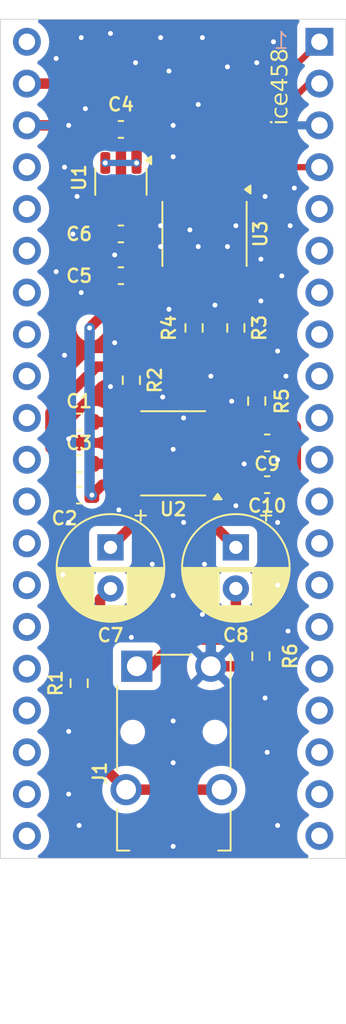
<source format=kicad_pcb>
(kicad_pcb (version 20241229) (generator "pcbnew") (generator_version "9.0")
  (layers (0 "F.Cu" signal) (2 "B.Cu" signal) (13 "F.Paste" user) (15 "B.Paste" user) (5 "F.SilkS" user "F.Silkscreen") (7 "B.SilkS" user "B.Silkscreen") (1 "F.Mask" user) (3 "B.Mask" user) (25 "Edge.Cuts" user))
  (net 0 "")
  (net 1 "+5V")
  (net 2 "GND")
  (net 3 "+3.3V")
  (net 4 "Net-(C10-Pad2)")
  (net 5 "BCK")
  (net 6 "DIN")
  (net 7 "WS")
  (net 26 "Net-(U2B-+)")
  (net 27 "Net-(C3-Pad2)")
  (net 28 "Net-(U2B--)")
  (net 29 "Net-(C7-Pad2)")
  (net 30 "Net-(U2A--)")
  (net 31 "Net-(C8-Pad2)")
  (net 32 "Net-(U2A-+)")
  (net 49 "Net-(U3-RCH)")
  (net 50 "Net-(U3-LCH)")
  (footprint "Capacitor_SMD:C_0603_1608Metric" (layer "F.Cu") (at 94.615 92.955)
    (property "Reference" "C9" (at 0 1.279 0) (layer "F.SilkS") (effects (font (size 0.8 0.8))))
    (property "Value" "470p")
    (pad "1" smd roundrect (at -0.775 0) (size 0.9 0.95) (layers "F.Cu" "F.Mask" "F.Paste") (net 32 "Net-(U2A-+)"))
    (pad "2" smd roundrect (at 0.775 0) (size 0.9 0.95) (layers "F.Cu" "F.Mask" "F.Paste") (net 2 "GND"))
  )
  (footprint "Capacitor_THT:CP_Radial_D6.3mm_P2.50mm" (layer "F.Cu") (at 92.71 99.305 -90)
    (property "Reference" "C8" (at 5.343 0 0) (layer "F.SilkS") (effects (font (size 0.8 0.8))))
    (property "Value" "100u")
    (pad "1" thru_hole rect (at 0 0 270) (size 1.6 1.6) (drill 0.8) (layers "*.Cu" "*.Mask") (net 30 "Net-(U2A--)"))
    (pad "2" thru_hole circle (at 2.5 0 270) (size 1.6 1.6) (drill 0.8) (layers "*.Cu" "*.Mask") (net 31 "Net-(C8-Pad2)"))
  )
  (footprint "Capacitor_SMD:C_0603_1608Metric" (layer "F.Cu") (at 94.615 95.495)
    (property "Reference" "C10" (at 0 1.279 0) (layer "F.SilkS") (effects (font (size 0.8 0.8))))
    (property "Value" "1n")
    (pad "1" smd roundrect (at -0.775 0) (size 0.9 0.95) (layers "F.Cu" "F.Mask" "F.Paste") (net 30 "Net-(U2A--)"))
    (pad "2" smd roundrect (at 0.775 0) (size 0.9 0.95) (layers "F.Cu" "F.Mask" "F.Paste") (net 4 "Net-(C10-Pad2)"))
  )
  (footprint "Resistor_SMD:R_0603_1608Metric" (layer "F.Cu") (at 86.36 89.145 -90)
    (property "Reference" "R2" (at 0 -1.43 90) (layer "F.SilkS") (effects (font (size 0.8 0.8))))
    (property "Value" "10k")
    (pad "1" smd roundrect (at -0.825 0 270) (size 0.8 0.95) (layers "F.Cu" "F.Mask" "F.Paste") (net 27 "Net-(C3-Pad2)"))
    (pad "2" smd roundrect (at 0.825 0 270) (size 0.8 0.95) (layers "F.Cu" "F.Mask" "F.Paste") (net 26 "Net-(U2B-+)"))
  )
  (footprint "Capacitor_SMD:C_0603_1608Metric" (layer "F.Cu") (at 83.185 96.13)
    (property "Reference" "C2" (at -0.889 1.406 0) (layer "F.SilkS") (effects (font (size 0.8 0.8))))
    (property "Value" "0.1u")
    (pad "1" smd roundrect (at -0.775 0) (size 0.9 0.95) (layers "F.Cu" "F.Mask" "F.Paste") (net 2 "GND"))
    (pad "2" smd roundrect (at 0.775 0) (size 0.9 0.95) (layers "F.Cu" "F.Mask" "F.Paste") (net 3 "+3.3V"))
  )
  (footprint "Package_SO:SO-8_3.9x4.9mm_P1.27mm" (layer "F.Cu") (at 90.805 80.255 -90)
    (property "Reference" "U3" (at 0 -3.4 90) (layer "F.SilkS") (effects (font (size 0.8 0.8))))
    (property "Value" "PT8211")
    (pad "1" smd roundrect (at -2.575 -1.905 270) (size 1.75 0.6) (layers "F.Cu" "F.Mask" "F.Paste") (net 5 "BCK"))
    (pad "2" smd roundrect (at -2.575 -0.635 270) (size 1.75 0.6) (layers "F.Cu" "F.Mask" "F.Paste") (net 7 "WS"))
    (pad "3" smd roundrect (at -2.575 0.635 270) (size 1.75 0.6) (layers "F.Cu" "F.Mask" "F.Paste") (net 6 "DIN"))
    (pad "4" smd roundrect (at -2.575 1.905 270) (size 1.75 0.6) (layers "F.Cu" "F.Mask" "F.Paste") (net 2 "GND"))
    (pad "5" smd roundrect (at 2.575 1.905 270) (size 1.75 0.6) (layers "F.Cu" "F.Mask" "F.Paste") (net 3 "+3.3V"))
    (pad "6" smd roundrect (at 2.575 0.635 270) (size 1.75 0.6) (layers "F.Cu" "F.Mask" "F.Paste") (net 50 "Net-(U3-LCH)"))
    (pad "7" smd roundrect (at 2.575 -0.635 270) (size 1.75 0.6) (layers "F.Cu" "F.Mask" "F.Paste"))
    (pad "8" smd roundrect (at 2.575 -1.905 270) (size 1.75 0.6) (layers "F.Cu" "F.Mask" "F.Paste") (net 49 "Net-(U3-RCH)"))
  )
  (footprint "Package_TO_SOT_SMD:SOT-23-5" (layer "F.Cu") (at 85.725 77.08 -90)
    (property "Reference" "U1" (at -0.245 2.54 90) (layer "F.SilkS") (effects (font (size 0.8 0.8))))
    (property "Value" "NJM2866F33")
    (pad "1" smd roundrect (at -1.1375 -0.95 270) (size 1.325 0.6) (layers "F.Cu" "F.Mask" "F.Paste") (net 1 "+5V"))
    (pad "2" smd roundrect (at -1.1375 0 270) (size 1.325 0.6) (layers "F.Cu" "F.Mask" "F.Paste") (net 2 "GND"))
    (pad "3" smd roundrect (at -1.1375 0.95 270) (size 1.325 0.6) (layers "F.Cu" "F.Mask" "F.Paste") (net 1 "+5V"))
    (pad "4" smd roundrect (at 1.1375 0.95 270) (size 1.325 0.6) (layers "F.Cu" "F.Mask" "F.Paste"))
    (pad "5" smd roundrect (at 1.1375 -0.95 270) (size 1.325 0.6) (layers "F.Cu" "F.Mask" "F.Paste") (net 3 "+3.3V"))
  )
  (footprint "Resistor_SMD:R_0603_1608Metric" (layer "F.Cu") (at 94.234 105.918 90)
    (property "Reference" "R6" (at 0 1.778 90) (layer "F.SilkS") (effects (font (size 0.8 0.8))))
    (property "Value" "100k")
    (pad "1" smd roundrect (at -0.825 0 90) (size 0.8 0.95) (layers "F.Cu" "F.Mask" "F.Paste") (net 2 "GND"))
    (pad "2" smd roundrect (at 0.825 0 90) (size 0.8 0.95) (layers "F.Cu" "F.Mask" "F.Paste") (net 31 "Net-(C8-Pad2)"))
  )
  (footprint "Capacitor_SMD:C_0603_1608Metric" (layer "F.Cu") (at 85.725 80.255 180)
    (property "Reference" "C6" (at 2.54 -0.009 0) (layer "F.SilkS") (effects (font (size 0.8 0.8))))
    (property "Value" "1u")
    (pad "1" smd roundrect (at -0.775 0 180) (size 0.9 0.95) (layers "F.Cu" "F.Mask" "F.Paste") (net 3 "+3.3V"))
    (pad "2" smd roundrect (at 0.775 0 180) (size 0.9 0.95) (layers "F.Cu" "F.Mask" "F.Paste") (net 2 "GND"))
  )
  (footprint "Resistor_SMD:R_0603_1608Metric" (layer "F.Cu") (at 93.98 90.415 -90)
    (property "Reference" "R5" (at 0.009 -1.524 90) (layer "F.SilkS") (effects (font (size 0.8 0.8))))
    (property "Value" "10k")
    (pad "1" smd roundrect (at -0.825 0 270) (size 0.8 0.95) (layers "F.Cu" "F.Mask" "F.Paste") (net 4 "Net-(C10-Pad2)"))
    (pad "2" smd roundrect (at 0.825 0 270) (size 0.8 0.95) (layers "F.Cu" "F.Mask" "F.Paste") (net 32 "Net-(U2A-+)"))
  )
  (footprint "Resistor_SMD:R_0603_1608Metric" (layer "F.Cu") (at 83.185 107.56 90)
    (property "Reference" "R1" (at 0 -1.43 90) (layer "F.SilkS") (effects (font (size 0.8 0.8))))
    (property "Value" "100k")
    (pad "1" smd roundrect (at -0.825 0 90) (size 0.8 0.95) (layers "F.Cu" "F.Mask" "F.Paste") (net 2 "GND"))
    (pad "2" smd roundrect (at 0.825 0 90) (size 0.8 0.95) (layers "F.Cu" "F.Mask" "F.Paste") (net 29 "Net-(C7-Pad2)"))
  )
  (footprint "Capacitor_THT:CP_Radial_D6.3mm_P2.50mm" (layer "F.Cu") (at 85.09 99.305 -90)
    (property "Reference" "C7" (at 5.343 0 0) (layer "F.SilkS") (effects (font (size 0.8 0.8))))
    (property "Value" "100u")
    (pad "1" thru_hole rect (at 0 0 270) (size 1.6 1.6) (drill 0.8) (layers "*.Cu" "*.Mask") (net 28 "Net-(U2B--)"))
    (pad "2" thru_hole circle (at 2.5 0 270) (size 1.6 1.6) (drill 0.8) (layers "*.Cu" "*.Mask") (net 29 "Net-(C7-Pad2)"))
  )
  (footprint "Resistor_SMD:R_0603_1608Metric" (layer "F.Cu") (at 92.71 85.97 -90)
    (property "Reference" "R3" (at 0 -1.43 90) (layer "F.SilkS") (effects (font (size 0.8 0.8))))
    (property "Value" "10k")
    (pad "1" smd roundrect (at -0.825 0 270) (size 0.8 0.95) (layers "F.Cu" "F.Mask" "F.Paste") (net 49 "Net-(U3-RCH)"))
    (pad "2" smd roundrect (at 0.825 0 270) (size 0.8 0.95) (layers "F.Cu" "F.Mask" "F.Paste") (net 4 "Net-(C10-Pad2)"))
  )
  (footprint "Package_SO:SO-8_3.9x4.9mm_P1.27mm" (layer "F.Cu") (at 88.9 93.59 180)
    (property "Reference" "U2" (at 0 -3.4 0) (layer "F.SilkS") (effects (font (size 0.8 0.8))))
    (property "Value" "NJU77552G")
    (pad "1" smd roundrect (at -2.575 -1.905 180) (size 1.75 0.6) (layers "F.Cu" "F.Mask" "F.Paste") (net 30 "Net-(U2A--)"))
    (pad "2" smd roundrect (at -2.575 -0.635 180) (size 1.75 0.6) (layers "F.Cu" "F.Mask" "F.Paste") (net 30 "Net-(U2A--)"))
    (pad "3" smd roundrect (at -2.575 0.635 180) (size 1.75 0.6) (layers "F.Cu" "F.Mask" "F.Paste") (net 32 "Net-(U2A-+)"))
    (pad "4" smd roundrect (at -2.575 1.905 180) (size 1.75 0.6) (layers "F.Cu" "F.Mask" "F.Paste") (net 2 "GND"))
    (pad "5" smd roundrect (at 2.575 1.905 180) (size 1.75 0.6) (layers "F.Cu" "F.Mask" "F.Paste") (net 26 "Net-(U2B-+)"))
    (pad "6" smd roundrect (at 2.575 0.635 180) (size 1.75 0.6) (layers "F.Cu" "F.Mask" "F.Paste") (net 28 "Net-(U2B--)"))
    (pad "7" smd roundrect (at 2.575 -0.635 180) (size 1.75 0.6) (layers "F.Cu" "F.Mask" "F.Paste") (net 28 "Net-(U2B--)"))
    (pad "8" smd roundrect (at 2.575 -1.905 180) (size 1.75 0.6) (layers "F.Cu" "F.Mask" "F.Paste") (net 3 "+3.3V"))
  )
  (footprint "Connector_Audio:Jack_3.5mm_Switronic_ST-005-G_horizontal" (layer "F.Cu") (at 88.94 113.03 90)
    (property "Reference" "J1" (at 0 -4.5 90) (layer "F.SilkS") (effects (font (size 0.8 0.8))))
    (property "Value" "AudioJack3")
    (pad "" np_thru_hole circle (at 2.5 -2.5 90) (size 1 1) (drill 1) (layers "*.Cu" "*.Mask"))
    (pad "" np_thru_hole circle (at 2.5 2.5 90) (size 1 1) (drill 1) (layers "*.Cu" "*.Mask"))
    (pad "R" thru_hole rect (at 6.5 -2.25 90) (size 1.9 1.9) (drill 1.2) (layers "*.Cu" "*.Mask") (net 31 "Net-(C8-Pad2)"))
    (pad "S" thru_hole circle (at 6.5 2.25 90) (size 1.9 1.9) (drill 1.2) (layers "*.Cu" "*.Mask") (net 2 "GND"))
    (pad "T" thru_hole circle (at -1 -2.9 90) (size 1.9 1.9) (drill 1.2) (layers "*.Cu" "*.Mask") (net 29 "Net-(C7-Pad2)"))
    (pad "T" thru_hole circle (at -1 2.9 90) (size 1.9 1.9) (drill 1.2) (layers "*.Cu" "*.Mask") (net 29 "Net-(C7-Pad2)"))
  )
  (footprint "Capacitor_SMD:C_0603_1608Metric" (layer "F.Cu") (at 83.185 94.225 180)
    (property "Reference" "C3" (at 0 1.261 0) (layer "F.SilkS") (effects (font (size 0.8 0.8))))
    (property "Value" "1n")
    (pad "1" smd roundrect (at -0.775 0 180) (size 0.9 0.95) (layers "F.Cu" "F.Mask" "F.Paste") (net 28 "Net-(U2B--)"))
    (pad "2" smd roundrect (at 0.775 0 180) (size 0.9 0.95) (layers "F.Cu" "F.Mask" "F.Paste") (net 27 "Net-(C3-Pad2)"))
  )
  (footprint "Capacitor_SMD:C_0603_1608Metric" (layer "F.Cu") (at 85.725 73.905 180)
    (property "Reference" "C4" (at 0 1.515 0) (layer "F.SilkS") (effects (font (size 0.8 0.8))))
    (property "Value" "0.1u")
    (pad "1" smd roundrect (at -0.775 0 180) (size 0.9 0.95) (layers "F.Cu" "F.Mask" "F.Paste") (net 1 "+5V"))
    (pad "2" smd roundrect (at 0.775 0 180) (size 0.9 0.95) (layers "F.Cu" "F.Mask" "F.Paste") (net 2 "GND"))
  )
  (footprint "Capacitor_SMD:C_0603_1608Metric" (layer "F.Cu") (at 83.185 91.685 180)
    (property "Reference" "C1" (at 0 1.261 0) (layer "F.SilkS") (effects (font (size 0.8 0.8))))
    (property "Value" "470p")
    (pad "1" smd roundrect (at -0.775 0 180) (size 0.9 0.95) (layers "F.Cu" "F.Mask" "F.Paste") (net 26 "Net-(U2B-+)"))
    (pad "2" smd roundrect (at 0.775 0 180) (size 0.9 0.95) (layers "F.Cu" "F.Mask" "F.Paste") (net 2 "GND"))
  )
  (footprint "Capacitor_SMD:C_0603_1608Metric" (layer "F.Cu") (at 85.725 82.795)
    (property "Reference" "C5" (at -2.54 0.009 0) (layer "F.SilkS") (effects (font (size 0.8 0.8))))
    (property "Value" "0.1u")
    (pad "1" smd roundrect (at -0.775 0) (size 0.9 0.95) (layers "F.Cu" "F.Mask" "F.Paste") (net 2 "GND"))
    (pad "2" smd roundrect (at 0.775 0) (size 0.9 0.95) (layers "F.Cu" "F.Mask" "F.Paste") (net 3 "+3.3V"))
  )
  (footprint "Resistor_SMD:R_0603_1608Metric" (layer "F.Cu") (at 90.17 85.97 -90)
    (property "Reference" "R4" (at 0 1.524 90) (layer "F.SilkS") (effects (font (size 0.8 0.8))))
    (property "Value" "10k")
    (pad "1" smd roundrect (at -0.825 0 270) (size 0.8 0.95) (layers "F.Cu" "F.Mask" "F.Paste") (net 50 "Net-(U3-LCH)"))
    (pad "2" smd roundrect (at 0.825 0 270) (size 0.8 0.95) (layers "F.Cu" "F.Mask" "F.Paste") (net 27 "Net-(C3-Pad2)"))
  )
  (footprint "Connector_PinHeader_2.54mm:PinHeader_1x20_P2.54mm_Vertical" (layer "B.Cu") (at 80.01 68.58 180)
    (property "Reference" "J3" (hide yes))
    (property "Value" "Conn_01x20" (hide yes))
    (pad "1" thru_hole circle (at 0 0 180) (size 1.7 1.7) (drill 1) (layers "*.Cu" "*.Mask"))
    (pad "2" thru_hole oval (at 0 -2.54 180) (size 1.7 1.7) (drill 1) (layers "*.Cu" "*.Mask") (net 1 "+5V"))
    (pad "3" thru_hole oval (at 0 -5.08 180) (size 1.7 1.7) (drill 1) (layers "*.Cu" "*.Mask") (net 2 "GND"))
    (pad "4" thru_hole oval (at 0 -7.62 180) (size 1.7 1.7) (drill 1) (layers "*.Cu" "*.Mask"))
    (pad "5" thru_hole oval (at 0 -10.16 180) (size 1.7 1.7) (drill 1) (layers "*.Cu" "*.Mask"))
    (pad "6" thru_hole oval (at 0 -12.7 180) (size 1.7 1.7) (drill 1) (layers "*.Cu" "*.Mask"))
    (pad "7" thru_hole oval (at 0 -15.24 180) (size 1.7 1.7) (drill 1) (layers "*.Cu" "*.Mask"))
    (pad "8" thru_hole oval (at 0 -17.78 180) (size 1.7 1.7) (drill 1) (layers "*.Cu" "*.Mask"))
    (pad "9" thru_hole oval (at 0 -20.32 180) (size 1.7 1.7) (drill 1) (layers "*.Cu" "*.Mask"))
    (pad "10" thru_hole oval (at 0 -22.86 180) (size 1.7 1.7) (drill 1) (layers "*.Cu" "*.Mask"))
    (pad "11" thru_hole oval (at 0 -25.4 180) (size 1.7 1.7) (drill 1) (layers "*.Cu" "*.Mask"))
    (pad "12" thru_hole oval (at 0 -27.94 180) (size 1.7 1.7) (drill 1) (layers "*.Cu" "*.Mask"))
    (pad "13" thru_hole oval (at 0 -30.48 180) (size 1.7 1.7) (drill 1) (layers "*.Cu" "*.Mask"))
    (pad "14" thru_hole oval (at 0 -33.02 180) (size 1.7 1.7) (drill 1) (layers "*.Cu" "*.Mask"))
    (pad "15" thru_hole oval (at 0 -35.56 180) (size 1.7 1.7) (drill 1) (layers "*.Cu" "*.Mask"))
    (pad "16" thru_hole oval (at 0 -38.1 180) (size 1.7 1.7) (drill 1) (layers "*.Cu" "*.Mask"))
    (pad "17" thru_hole oval (at 0 -40.64 180) (size 1.7 1.7) (drill 1) (layers "*.Cu" "*.Mask"))
    (pad "18" thru_hole oval (at 0 -43.18 180) (size 1.7 1.7) (drill 1) (layers "*.Cu" "*.Mask"))
    (pad "19" thru_hole oval (at 0 -45.72 180) (size 1.7 1.7) (drill 1) (layers "*.Cu" "*.Mask"))
    (pad "20" thru_hole oval (at 0 -48.26 180) (size 1.7 1.7) (drill 1) (layers "*.Cu" "*.Mask"))
  )
  (footprint "Connector_PinHeader_2.54mm:PinHeader_1x20_P2.54mm_Vertical" (layer "B.Cu") (at 97.79 68.58 180)
    (property "Reference" "J2" (hide yes))
    (property "Value" "Conn_01x20" (hide yes))
    (pad "1" thru_hole rect (at 0 0 180) (size 1.7 1.7) (drill 1) (layers "*.Cu" "*.Mask") (net 6 "DIN"))
    (pad "2" thru_hole oval (at 0 -2.54 180) (size 1.7 1.7) (drill 1) (layers "*.Cu" "*.Mask") (net 7 "WS"))
    (pad "3" thru_hole oval (at 0 -5.08 180) (size 1.7 1.7) (drill 1) (layers "*.Cu" "*.Mask") (net 2 "GND"))
    (pad "4" thru_hole oval (at 0 -7.62 180) (size 1.7 1.7) (drill 1) (layers "*.Cu" "*.Mask") (net 5 "BCK"))
    (pad "5" thru_hole oval (at 0 -10.16 180) (size 1.7 1.7) (drill 1) (layers "*.Cu" "*.Mask"))
    (pad "6" thru_hole oval (at 0 -12.7 180) (size 1.7 1.7) (drill 1) (layers "*.Cu" "*.Mask"))
    (pad "7" thru_hole oval (at 0 -15.24 180) (size 1.7 1.7) (drill 1) (layers "*.Cu" "*.Mask"))
    (pad "8" thru_hole oval (at 0 -17.78 180) (size 1.7 1.7) (drill 1) (layers "*.Cu" "*.Mask"))
    (pad "9" thru_hole oval (at 0 -20.32 180) (size 1.7 1.7) (drill 1) (layers "*.Cu" "*.Mask"))
    (pad "10" thru_hole oval (at 0 -22.86 180) (size 1.7 1.7) (drill 1) (layers "*.Cu" "*.Mask"))
    (pad "11" thru_hole oval (at 0 -25.4 180) (size 1.7 1.7) (drill 1) (layers "*.Cu" "*.Mask"))
    (pad "12" thru_hole oval (at 0 -27.94 180) (size 1.7 1.7) (drill 1) (layers "*.Cu" "*.Mask"))
    (pad "13" thru_hole oval (at 0 -30.48 180) (size 1.7 1.7) (drill 1) (layers "*.Cu" "*.Mask"))
    (pad "14" thru_hole oval (at 0 -33.02 180) (size 1.7 1.7) (drill 1) (layers "*.Cu" "*.Mask"))
    (pad "15" thru_hole oval (at 0 -35.56 180) (size 1.7 1.7) (drill 1) (layers "*.Cu" "*.Mask"))
    (pad "16" thru_hole oval (at 0 -38.1 180) (size 1.7 1.7) (drill 1) (layers "*.Cu" "*.Mask"))
    (pad "17" thru_hole oval (at 0 -40.64 180) (size 1.7 1.7) (drill 1) (layers "*.Cu" "*.Mask"))
    (pad "18" thru_hole oval (at 0 -43.18 180) (size 1.7 1.7) (drill 1) (layers "*.Cu" "*.Mask"))
    (pad "19" thru_hole oval (at 0 -45.72 180) (size 1.7 1.7) (drill 1) (layers "*.Cu" "*.Mask"))
    (pad "20" thru_hole oval (at 0 -48.26 180) (size 1.7 1.7) (drill 1) (layers "*.Cu" "*.Mask"))
  )
  (gr_rect (start 78.4 67.21) (end 99.4 118.21) (stroke (width 0.05)) (fill no) (layer "Edge.Cuts"))
  (gr_text "ice458" (at 96.012 73.66 90) (layer "F.SilkS") (effects (font (size 1 1) (thickness 0.1)) (justify left bottom)))
  (gr_text "1" (at 96.012 69.088 0) (layer "B.SilkS") (effects (font (size 1 1) (thickness 0.1)) (justify left bottom mirror)))
  (segment (start 84.905644 71.12) (end 86.675 72.889356) (width 0.635) (layer "F.Cu") (net 1))
  (segment (start 80.01 71.12) (end 84.905644 71.12) (width 0.635) (layer "F.Cu") (net 1))
  (segment (start 86.675 75.9425) (end 86.675 74.54) (width 0.635) (layer "F.Cu") (net 1))
  (segment (start 86.675 74.08) (end 86.5 73.905) (width 0.635) (layer "F.Cu") (net 1))
  (segment (start 86.675 74.54) (end 86.675 74.08) (width 0.635) (layer "F.Cu") (net 1))
  (segment (start 86.675 72.889356) (end 86.675 74.54) (width 0.635) (layer "F.Cu") (net 1))
  (via (at 84.775 75.9425) (size 0.5) (drill 0.3) (layers "F.Cu" "B.Cu") (net 1))
  (via (at 86.675 75.9425) (size 0.5) (drill 0.3) (layers "F.Cu" "B.Cu") (net 1))
  (segment (start 86.675 75.9425) (end 84.775 75.9425) (width 0.381) (layer "B.Cu") (net 1))
  (segment (start 83.185 108.385) (end 82.1925 107.3925) (width 0.635) (layer "F.Cu") (net 2))
  (segment (start 82.55 73.66) (end 84.705 73.66) (width 0.635) (layer "F.Cu") (net 2))
  (segment (start 85.725 79.48) (end 84.95 80.255) (width 0.635) (layer "F.Cu") (net 2))
  (segment (start 84.95 82.795) (end 84.95 80.255) (width 0.635) (layer "F.Cu") (net 2))
  (segment (start 82.1925 98.1475) (end 82.55 97.79) (width 0.635) (layer "F.Cu") (net 2))
  (segment (start 95.39 92.955) (end 95.39 93.84) (width 0.635) (layer "F.Cu") (net 2))
  (segment (start 82.41 91.685) (end 84.56 89.535) (width 0.635) (layer "F.Cu") (net 2))
  (segment (start 88.9 77.68) (end 88.9 75.565) (width 0.635) (layer "F.Cu") (net 2))
  (segment (start 82.41 92.57) (end 82.55 92.71) (width 0.635) (layer "F.Cu") (net 2))
  (segment (start 95.39 93.84) (end 95.25 93.98) (width 0.635) (layer "F.Cu") (net 2))
  (segment (start 91.475 89.185) (end 91.19 88.9) (width 0.635) (layer "F.Cu") (net 2))
  (segment (start 94.234 106.743) (end 94.021 106.53) (width 0.635) (layer "F.Cu") (net 2))
  (segment (start 85.725 74.68) (end 84.95 73.905) (width 0.635) (layer "F.Cu") (net 2))
  (segment (start 84.56 89.535) (end 85.09 89.535) (width 0.635) (layer "F.Cu") (net 2))
  (segment (start 82.41 97.65) (end 82.55 97.79) (width 0.635) (layer "F.Cu") (net 2))
  (segment (start 82.41 91.685) (end 82.41 92.57) (width 0.635) (layer "F.Cu") (net 2))
  (segment (start 80.01 73.66) (end 82.55 73.66) (width 0.635) (layer "F.Cu") (net 2))
  (segment (start 91.475 91.685) (end 91.475 89.185) (width 0.635) (layer "F.Cu") (net 2))
  (segment (start 84.705 73.66) (end 84.95 73.905) (width 0.635) (layer "F.Cu") (net 2))
  (segment (start 82.1925 100.965) (end 82.1925 98.1475) (width 0.635) (layer "F.Cu") (net 2))
  (segment (start 94.021 106.53) (end 91.19 106.53) (width 0.635) (layer "F.Cu") (net 2))
  (segment (start 85.725 75.9425) (end 85.725 79.48) (width 0.635) (layer "F.Cu") (net 2))
  (segment (start 82.41 96.13) (end 82.41 97.65) (width 0.635) (layer "F.Cu") (net 2))
  (segment (start 82.1925 107.3925) (end 82.1925 100.965) (width 0.635) (layer "F.Cu") (net 2))
  (segment (start 85.725 75.9425) (end 85.725 74.68) (width 0.635) (layer "F.Cu") (net 2))
  (via (at 96.266 77.47) (size 0.5) (drill 0.3) (layers "F.Cu" "B.Cu") (net 2))
  (via (at 94.996 68.58) (size 0.5) (drill 0.3) (layers "F.Cu" "B.Cu") (net 2))
  (via (at 87.63 100.33) (size 0.5) (drill 0.3) (layers "F.Cu" "B.Cu") (net 2))
  (via (at 95.504 82.804) (size 0.5) (drill 0.3) (layers "F.Cu" "B.Cu") (net 2))
  (via (at 83.185 116.205) (size 0.5) (drill 0.3) (layers "F.Cu" "B.Cu") (net 2))
  (via (at 95.25 97.79) (size 0.5) (drill 0.3) (layers "F.Cu" "B.Cu") (net 2))
  (via (at 94.615 111.76) (size 0.5) (drill 0.3) (layers "F.Cu" "B.Cu") (net 2))
  (via (at 86.614 69.85) (size 0.5) (drill 0.3) (layers "F.Cu" "B.Cu") (net 2))
  (via (at 88.9 73.66) (size 0.5) (drill 0.3) (layers "F.Cu" "B.Cu") (net 2))
  (via (at 95.758 88.9) (size 0.5) (drill 0.3) (layers "F.Cu" "B.Cu") (net 2))
  (via (at 88.9 75.565) (size 0.5) (drill 0.3) (layers "F.Cu" "B.Cu") (net 2))
  (via (at 81.788 69.596) (size 0.5) (drill 0.3) (layers "F.Cu" "B.Cu") (net 2))
  (via (at 88.9 109.855) (size 0.5) (drill 0.3) (layers "F.Cu" "B.Cu") (net 2))
  (via (at 91.44 84.582) (size 0.5) (drill 0.3) (layers "F.Cu" "B.Cu") (net 2))
  (via (at 85.598 97.028) (size 0.5) (drill 0.3) (layers "F.Cu" "B.Cu") (net 2))
  (via (at 92.71 79.756) (size 0.5) (drill 0.3) (layers "F.Cu" "B.Cu") (net 2))
  (via (at 92.456 90.424) (size 0.5) (drill 0.3) (layers "F.Cu" "B.Cu") (net 2))
  (via (at 88.9 117.475) (size 0.5) (drill 0.3) (layers "F.Cu" "B.Cu") (net 2))
  (via (at 88.646 70.358) (size 0.5) (drill 0.3) (layers "F.Cu" "B.Cu") (net 2))
  (via (at 92.71 96.774) (size 0.5) (drill 0.3) (layers "F.Cu" "B.Cu") (net 2))
  (via (at 88.138 81.026) (size 0.5) (drill 0.3) (layers "F.Cu" "B.Cu") (net 2))
  (via (at 96.012 79.756) (size 0.5) (drill 0.3) (layers "F.Cu" "B.Cu") (net 2))
  (via (at 91.19 88.9) (size 0.5) (drill 0.3) (layers "F.Cu" "B.Cu") (net 2))
  (via (at 95.25 87.376) (size 0.5) (drill 0.3) (layers "F.Cu" "B.Cu") (net 2))
  (via (at 95.25 101.6) (size 0.5) (drill 0.3) (layers "F.Cu" "B.Cu") (net 2))
  (via (at 88.138 68.326) (size 0.5) (drill 0.3) (layers "F.Cu" "B.Cu") (net 2))
  (via (at 81.788 82.55) (size 0.5) (drill 0.3) (layers "F.Cu" "B.Cu") (net 2))
  (via (at 89.535 97.79) (size 0.5) (drill 0.3) (layers "F.Cu" "B.Cu") (net 2))
  (via (at 85.344 86.868) (size 0.5) (drill 0.3) (layers "F.Cu" "B.Cu") (net 2))
  (via (at 89.535 91.44) (size 0.5) (drill 0.3) (layers "F.Cu" "B.Cu") (net 2))
  (via (at 83.312 83.82) (size 0.5) (drill 0.3) (layers "F.Cu" "B.Cu") (net 2))
  (via (at 86.36 104.775) (size 0.5) (drill 0.3) (layers "F.Cu" "B.Cu") (net 2))
  (via (at 88.9 112.395) (size 0.5) (drill 0.3) (layers "F.Cu" "B.Cu") (net 2))
  (via (at 92.202 81.026) (size 0.5) (drill 0.3) (layers "F.Cu" "B.Cu") (net 2))
  (via (at 85.344 81.534) (size 0.5) (drill 0.3) (layers "F.Cu" "B.Cu") (net 2))
  (via (at 88.138 79.756) (size 0.5) (drill 0.3) (layers "F.Cu" "B.Cu") (net 2))
  (via (at 85.09 89.535) (size 0.5) (drill 0.3) (layers "F.Cu" "B.Cu") (net 2))
  (via (at 90.424 81.026) (size 0.5) (drill 0.3) (layers "F.Cu" "B.Cu") (net 2))
  (via (at 94.234 84.328) (size 0.5) (drill 0.3) (layers "F.Cu" "B.Cu") (net 2))
  (via (at 94.488 77.978) (size 0.5) (drill 0.3) (layers "F.Cu" "B.Cu") (net 2))
  (via (at 94.488 108.458) (size 0.5) (drill 0.3) (layers "F.Cu" "B.Cu") (net 2))
  (via (at 83.312 68.326) (size 0.5) (drill 0.3) (layers "F.Cu" "B.Cu") (net 2))
  (via (at 82.55 97.79) (size 0.5) (drill 0.3) (layers "F.Cu" "B.Cu") (net 2))
  (via (at 88.265 90.17) (size 0.5) (drill 0.3) (layers "F.Cu" "B.Cu") (net 2))
  (via (at 93.218 94.234) (size 0.5) (drill 0.3) (layers "F.Cu" "B.Cu") (net 2))
  (via (at 83.058 77.978) (size 0.5) (drill 0.3) (layers "F.Cu" "B.Cu") (net 2))
  (via (at 90.678 68.326) (size 0.5) (drill 0.3) (layers "F.Cu" "B.Cu") (net 2))
  (via (at 88.9 93.345) (size 0.5) (drill 0.3) (layers "F.Cu" "B.Cu") (net 2))
  (via (at 92.202 70.104) (size 0.5) (drill 0.3) (layers "F.Cu" "B.Cu") (net 2))
  (via (at 90.805 100.33) (size 0.5) (drill 0.3) (layers "F.Cu" "B.Cu") (net 2))
  (via (at 82.804 80.264) (size 0.5) (drill 0.3) (layers "F.Cu" "B.Cu") (net 2))
  (via (at 90.678 103.378) (size 0.5) (drill 0.3) (layers "F.Cu" "B.Cu") (net 2))
  (via (at 82.296 87.63) (size 0.5) (drill 0.3) (layers "F.Cu" "B.Cu") (net 2))
  (via (at 90.424 72.39) (size 0.5) (drill 0.3) (layers "F.Cu" "B.Cu") (net 2))
  (via (at 95.25 116.205) (size 0.5) (drill 0.3) (layers "F.Cu" "B.Cu") (net 2))
  (via (at 95.885 104.394) (size 0.5) (drill 0.3) (layers "F.Cu" "B.Cu") (net 2))
  (via (at 82.55 92.71) (size 0.5) (drill 0.3) (layers "F.Cu" "B.Cu") (net 2))
  (via (at 88.646 84.836) (size 0.5) (drill 0.3) (layers "F.Cu" "B.Cu") (net 2))
  (via (at 82.296 76.2) (size 0.5) (drill 0.3) (layers "F.Cu" "B.Cu") (net 2))
  (via (at 82.55 73.66) (size 0.5) (drill 0.3) (layers "F.Cu" "B.Cu") (net 2))
  (via (at 93.98 69.85) (size 0.5) (drill 0.3) (layers "F.Cu" "B.Cu") (net 2))
  (via (at 88.9 102.235) (size 0.5) (drill 0.3) (layers "F.Cu" "B.Cu") (net 2))
  (via (at 82.1925 100.965) (size 0.5) (drill 0.3) (layers "F.Cu" "B.Cu") (net 2))
  (via (at 83.566 72.644) (size 0.5) (drill 0.3) (layers "F.Cu" "B.Cu") (net 2))
  (via (at 95.25 93.98) (size 0.5) (drill 0.3) (layers "F.Cu" "B.Cu") (net 2))
  (via (at 89.916 80.01) (size 0.5) (drill 0.3) (layers "F.Cu" "B.Cu") (net 2))
  (via (at 82.55 114.3) (size 0.5) (drill 0.3) (layers "F.Cu" "B.Cu") (net 2))
  (via (at 94.234 81.788) (size 0.5) (drill 0.3) (layers "F.Cu" "B.Cu") (net 2))
  (via (at 82.55 110.49) (size 0.5) (drill 0.3) (layers "F.Cu" "B.Cu") (net 2))
  (via (at 85.09 68.072) (size 0.5) (drill 0.3) (layers "F.Cu" "B.Cu") (net 2))
  (segment (start 95.25 93.98) (end 91.19 93.98) (width 0.635) (layer "B.Cu") (net 2))
  (segment (start 91.19 77.855) (end 88.9 75.565) (width 0.635) (layer "B.Cu") (net 2))
  (segment (start 86.995 73.66) (end 82.55 73.66) (width 0.635) (layer "B.Cu") (net 2))
  (segment (start 91.19 93.98) (end 91.19 88.9) (width 0.635) (layer "B.Cu") (net 2))
  (segment (start 91.19 106.53) (end 91.19 93.98) (width 0.635) (layer "B.Cu") (net 2))
  (segment (start 82.55 92.71) (end 82.55 73.66) (width 0.635) (layer "B.Cu") (net 2))
  (segment (start 82.55 97.79) (end 82.55 92.71) (width 0.635) (layer "B.Cu") (net 2))
  (segment (start 91.19 88.9) (end 91.19 77.855) (width 0.635) (layer "B.Cu") (net 2))
  (segment (start 88.9 75.565) (end 86.995 73.66) (width 0.635) (layer "B.Cu") (net 2))
  (segment (start 86.675 78.2175) (end 86.675 79.62) (width 0.635) (layer "F.Cu") (net 3))
  (segment (start 86.675 83.115) (end 83.82 85.97) (width 0.635) (layer "F.Cu") (net 3))
  (segment (start 86.675 79.62) (end 86.675 83.115) (width 0.635) (layer "F.Cu") (net 3))
  (segment (start 86.535 82.83) (end 86.5 82.795) (width 0.635) (layer "F.Cu") (net 3))
  (segment (start 86.675 79.62) (end 86.675 80.08) (width 0.635) (layer "F.Cu") (net 3))
  (segment (start 86.325 95.495) (end 84.595 95.495) (width 0.635) (layer "F.Cu") (net 3))
  (segment (start 88.9 82.83) (end 86.535 82.83) (width 0.635) (layer "F.Cu") (net 3))
  (segment (start 84.595 95.495) (end 83.96 96.13) (width 0.635) (layer "F.Cu") (net 3))
  (segment (start 86.675 80.08) (end 86.5 80.255) (width 0.635) (layer "F.Cu") (net 3))
  (via (at 83.96 96.13) (size 0.5) (drill 0.3) (layers "F.Cu" "B.Cu") (net 3))
  (via (at 83.82 85.97) (size 0.5) (drill 0.3) (layers "F.Cu" "B.Cu") (net 3))
  (segment (start 83.82 85.97) (end 83.82 95.99) (width 0.635) (layer "B.Cu") (net 3))
  (segment (start 83.82 95.99) (end 83.96 96.13) (width 0.635) (layer "B.Cu") (net 3))
  (segment (start 96.3575 94.5275) (end 96.3575 91.9675) (width 0.635) (layer "F.Cu") (net 4))
  (segment (start 96.3575 91.9675) (end 93.98 89.59) (width 0.635) (layer "F.Cu") (net 4))
  (segment (start 92.71 88.32) (end 96.3575 91.9675) (width 0.635) (layer "F.Cu") (net 4))
  (segment (start 95.39 95.495) (end 96.3575 94.5275) (width 0.635) (layer "F.Cu") (net 4))
  (segment (start 92.71 86.795) (end 92.71 88.32) (width 0.635) (layer "F.Cu") (net 4))
  (segment (start 93.577 76.2) (end 97.79 76.2) (width 0.381) (layer "F.Cu") (net 5))
  (segment (start 92.71 77.68) (end 92.71 77.067) (width 0.381) (layer "F.Cu") (net 5))
  (segment (start 92.71 77.067) (end 93.577 76.2) (width 0.381) (layer "F.Cu") (net 5))
  (segment (start 90.17 76.2) (end 97.79 68.58) (width 0.381) (layer "F.Cu") (net 6))
  (segment (start 90.17 77.68) (end 90.17 76.2) (width 0.381) (layer "F.Cu") (net 6))
  (segment (start 91.44 76.805001) (end 97.125001 71.12) (width 0.381) (layer "F.Cu") (net 7))
  (segment (start 91.44 77.68) (end 91.44 76.805001) (width 0.381) (layer "F.Cu") (net 7))
  (segment (start 97.125001 71.12) (end 97.79 71.12) (width 0.381) (layer "F.Cu") (net 7))
  (segment (start 86.325 91.685) (end 86.325 90.005) (width 0.635) (layer "F.Cu") (net 26))
  (segment (start 83.96 91.685) (end 86.325 91.685) (width 0.635) (layer "F.Cu") (net 26))
  (segment (start 86.325 90.005) (end 86.36 89.97) (width 0.635) (layer "F.Cu") (net 26))
  (segment (start 81.4425 91.121212) (end 84.243712 88.32) (width 0.635) (layer "F.Cu") (net 27))
  (segment (start 84.243712 88.32) (end 86.36 88.32) (width 0.635) (layer "F.Cu") (net 27))
  (segment (start 88.645 88.32) (end 90.17 86.795) (width 0.635) (layer "F.Cu") (net 27))
  (segment (start 81.4425 93.2575) (end 81.4425 91.121212) (width 0.635) (layer "F.Cu") (net 27))
  (segment (start 82.41 94.225) (end 81.4425 93.2575) (width 0.635) (layer "F.Cu") (net 27))
  (segment (start 86.36 88.32) (end 88.645 88.32) (width 0.635) (layer "F.Cu") (net 27))
  (segment (start 85.09 99.305) (end 88.265 96.13) (width 0.635) (layer "F.Cu") (net 28))
  (segment (start 88.265 96.13) (end 88.265 95.290001) (width 0.635) (layer "F.Cu") (net 28))
  (segment (start 88.265 95.290001) (end 87.199999 94.225) (width 0.635) (layer "F.Cu") (net 28))
  (segment (start 86.325 94.225) (end 83.96 94.225) (width 0.635) (layer "F.Cu") (net 28))
  (segment (start 86.325 92.955) (end 86.325 94.225) (width 0.635) (layer "F.Cu") (net 28))
  (segment (start 87.199999 94.225) (end 86.325 94.225) (width 0.635) (layer "F.Cu") (net 28))
  (segment (start 85.09 101.805) (end 84.455 102.44) (width 0.635) (layer "F.Cu") (net 29))
  (segment (start 84.265 106.735) (end 84.455 106.925) (width 0.635) (layer "F.Cu") (net 29))
  (segment (start 84.455 106.925) (end 84.455 112.445) (width 0.635) (layer "F.Cu") (net 29))
  (segment (start 83.185 106.735) (end 84.265 106.735) (width 0.635) (layer "F.Cu") (net 29))
  (segment (start 91.84 114.03) (end 86.04 114.03) (width 0.635) (layer "F.Cu") (net 29))
  (segment (start 84.455 112.445) (end 86.04 114.03) (width 0.635) (layer "F.Cu") (net 29))
  (segment (start 84.455 102.44) (end 84.455 106.925) (width 0.635) (layer "F.Cu") (net 29))
  (segment (start 93.84 95.495) (end 91.475 95.495) (width 0.635) (layer "F.Cu") (net 30))
  (segment (start 91.475 94.225) (end 91.475 95.495) (width 0.635) (layer "F.Cu") (net 30))
  (segment (start 91.475 95.495) (end 91.475 98.07) (width 0.635) (layer "F.Cu") (net 30))
  (segment (start 91.475 98.07) (end 92.71 99.305) (width 0.635) (layer "F.Cu") (net 30))
  (segment (start 92.5975 104.9075) (end 94.0485 104.9075) (width 0.635) (layer "F.Cu") (net 31))
  (segment (start 89.1525 104.9075) (end 87.53 106.53) (width 0.635) (layer "F.Cu") (net 31))
  (segment (start 92.7155 101.8105) (end 92.7155 104.7895) (width 0.635) (layer "F.Cu") (net 31))
  (segment (start 92.71 101.805) (end 92.7155 101.8105) (width 0.635) (layer "F.Cu") (net 31))
  (segment (start 92.7155 104.7895) (end 92.5975 104.9075) (width 0.635) (layer "F.Cu") (net 31))
  (segment (start 92.5975 104.9075) (end 89.1525 104.9075) (width 0.635) (layer "F.Cu") (net 31))
  (segment (start 87.53 106.53) (end 86.69 106.53) (width 0.635) (layer "F.Cu") (net 31))
  (segment (start 94.0485 104.9075) (end 94.234 105.093) (width 0.635) (layer "F.Cu") (net 31))
  (segment (start 93.98 91.24) (end 93.98 92.815) (width 0.635) (layer "F.Cu") (net 32))
  (segment (start 93.84 92.955) (end 91.475 92.955) (width 0.635) (layer "F.Cu") (net 32))
  (segment (start 93.98 92.815) (end 93.84 92.955) (width 0.635) (layer "F.Cu") (net 32))
  (segment (start 92.71 82.83) (end 92.71 85.145) (width 0.635) (layer "F.Cu") (net 49))
  (segment (start 90.17 85.145) (end 90.17 82.83) (width 0.635) (layer "F.Cu") (net 50))
  (zone (net 0) (net_name "") (layer "F.Cu") (connect_pads (clearance 0)) (min_thickness 0.25)
    (keepout (tracks allowed) (vias allowed) (pads allowed) (copperpour not_allowed) (footprints allowed))
    (fill (thermal_gap 0.5) (thermal_bridge_width 0.5))
    (polygon (pts (xy 97.79 71.628) (xy 97.79 75.692) (xy 94.234 75.692) (xy 94.234 71.628)))
  )
  (zone (net 2) (net_name "GND") (layers "F.Cu" "B.Cu") (connect_pads (clearance 0.5)) (min_thickness 0.25) (fill yes (thermal_gap 0.5) (thermal_bridge_width 0.5))
    (polygon (pts (xy 80.01 66.04) (xy 97.79 66.04) (xy 97.79 128.27) (xy 80.01 128.27)))
  )
)
</source>
